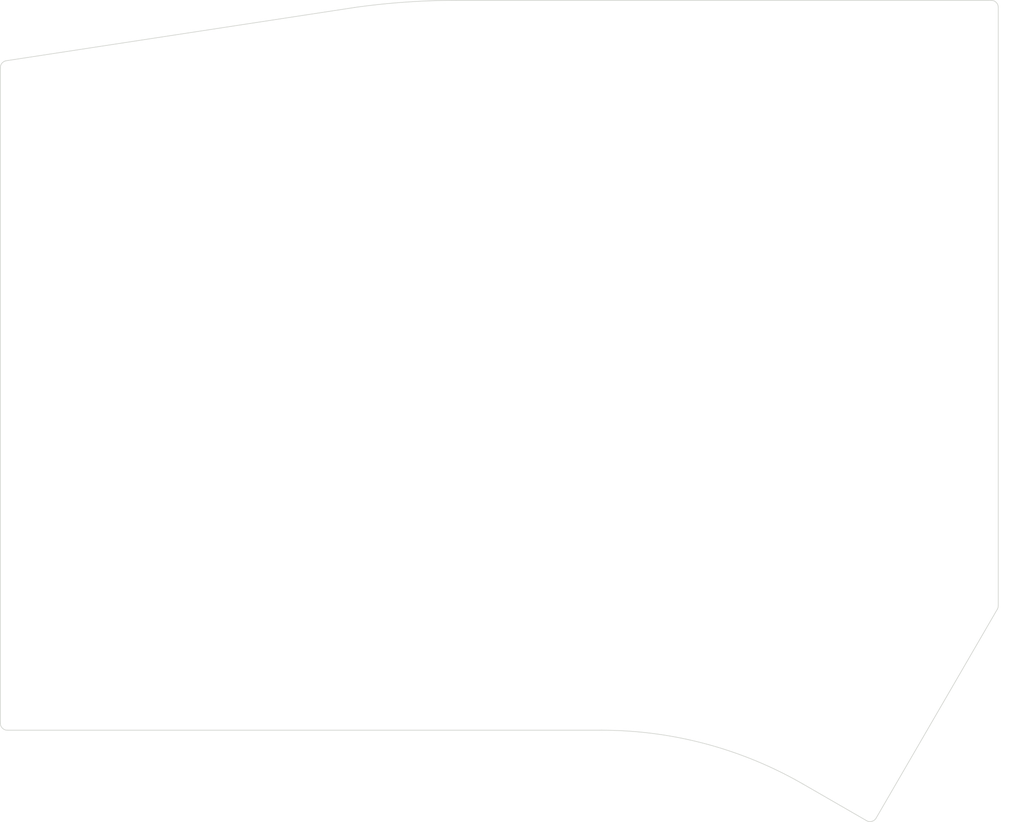
<source format=kicad_pcb>
(kicad_pcb (version 20171130) (host pcbnew "(5.1.6)-1")

  (general
    (thickness 1.6)
    (drawings 14)
    (tracks 0)
    (zones 0)
    (modules 8)
    (nets 2)
  )

  (page A3)
  (layers
    (0 F.Cu signal)
    (31 B.Cu signal)
    (32 B.Adhes user)
    (33 F.Adhes user)
    (34 B.Paste user)
    (35 F.Paste user)
    (36 B.SilkS user)
    (37 F.SilkS user)
    (38 B.Mask user)
    (39 F.Mask user)
    (40 Dwgs.User user)
    (41 Cmts.User user)
    (42 Eco1.User user)
    (43 Eco2.User user)
    (44 Edge.Cuts user)
    (45 Margin user)
    (46 B.CrtYd user)
    (47 F.CrtYd user)
    (48 B.Fab user)
    (49 F.Fab user)
  )

  (setup
    (last_trace_width 0.25)
    (user_trace_width 1)
    (user_trace_width 1.7526)
    (trace_clearance 0.2)
    (zone_clearance 0.508)
    (zone_45_only no)
    (trace_min 0.2)
    (via_size 0.7)
    (via_drill 0.35)
    (via_min_size 0.4)
    (via_min_drill 0.3)
    (uvia_size 0.3)
    (uvia_drill 0.1)
    (uvias_allowed no)
    (uvia_min_size 0.2)
    (uvia_min_drill 0.1)
    (edge_width 0.1)
    (segment_width 0.2)
    (pcb_text_width 0.3)
    (pcb_text_size 1.5 1.5)
    (mod_edge_width 0.12)
    (mod_text_size 1 1)
    (mod_text_width 0.15)
    (pad_size 2.4 2.4)
    (pad_drill 1.5)
    (pad_to_mask_clearance 0.051)
    (solder_mask_min_width 0.25)
    (aux_axis_origin 0 0)
    (visible_elements 7FFFF7FF)
    (pcbplotparams
      (layerselection 0x010fc_ffffffff)
      (usegerberextensions false)
      (usegerberattributes false)
      (usegerberadvancedattributes false)
      (creategerberjobfile false)
      (excludeedgelayer true)
      (linewidth 0.100000)
      (plotframeref false)
      (viasonmask false)
      (mode 1)
      (useauxorigin false)
      (hpglpennumber 1)
      (hpglpenspeed 20)
      (hpglpendiameter 15.000000)
      (psnegative false)
      (psa4output false)
      (plotreference true)
      (plotvalue true)
      (plotinvisibletext false)
      (padsonsilk false)
      (subtractmaskfromsilk false)
      (outputformat 1)
      (mirror false)
      (drillshape 0)
      (scaleselection 1)
      (outputdirectory "CantaloupeV1.1-Gerbers_Base/"))
  )

  (net 0 "")
  (net 1 RESET)

  (net_class Default "This is the default net class."
    (clearance 0.2)
    (trace_width 0.25)
    (via_dia 0.7)
    (via_drill 0.35)
    (uvia_dia 0.3)
    (uvia_drill 0.1)
    (add_net RESET)
  )

  (net_class Battery ""
    (clearance 0.2)
    (trace_width 1)
    (via_dia 0.7)
    (via_drill 0.35)
    (uvia_dia 0.3)
    (uvia_drill 0.1)
  )

  (net_class Power ""
    (clearance 0.2)
    (trace_width 0.5)
    (via_dia 0.7)
    (via_drill 0.35)
    (uvia_dia 0.3)
    (uvia_drill 0.1)
  )

  (module MountingHole:MountingHole_2.2mm_M2 (layer F.Cu) (tedit 56D1B4CB) (tstamp 5F94482D)
    (at 331.5325 72.487549)
    (descr "Mounting Hole 2.2mm, no annular, M2")
    (tags "mounting hole 2.2mm no annular m2")
    (attr virtual)
    (fp_text reference REF** (at 0 -3.2) (layer F.SilkS) hide
      (effects (font (size 1 1) (thickness 0.15)))
    )
    (fp_text value MountingHole_2.2mm_M2 (at 0 3.2) (layer F.Fab)
      (effects (font (size 1 1) (thickness 0.15)))
    )
    (fp_text user %R (at 0.3 0) (layer F.Fab)
      (effects (font (size 1 1) (thickness 0.15)))
    )
    (fp_circle (center 0 0) (end 2.2 0) (layer Cmts.User) (width 0.15))
    (fp_circle (center 0 0) (end 2.45 0) (layer F.CrtYd) (width 0.05))
    (pad 1 np_thru_hole circle (at 0 0) (size 2.2 2.2) (drill 2.2) (layers *.Cu *.Mask))
  )

  (module MountingHole:MountingHole_2.2mm_M2 (layer F.Cu) (tedit 56D1B4CB) (tstamp 5F944834)
    (at 315.5325 72.487549)
    (descr "Mounting Hole 2.2mm, no annular, M2")
    (tags "mounting hole 2.2mm no annular m2")
    (attr virtual)
    (fp_text reference REF** (at 0 -3.2) (layer F.SilkS) hide
      (effects (font (size 1 1) (thickness 0.15)))
    )
    (fp_text value MountingHole_2.2mm_M2 (at 0 3.2) (layer F.Fab)
      (effects (font (size 1 1) (thickness 0.15)))
    )
    (fp_text user %R (at 0.3 0) (layer F.Fab)
      (effects (font (size 1 1) (thickness 0.15)))
    )
    (fp_circle (center 0 0) (end 2.2 0) (layer Cmts.User) (width 0.15))
    (fp_circle (center 0 0) (end 2.45 0) (layer F.CrtYd) (width 0.05))
    (pad 1 np_thru_hole circle (at 0 0) (size 2.2 2.2) (drill 2.2) (layers *.Cu *.Mask))
  )

  (module MountingHole:MountingHole_4.3mm_M4 (layer B.Cu) (tedit 56D1B4CB) (tstamp 5F7BEDB1)
    (at 329.2825 95.287549 270)
    (descr "Mounting Hole 4.3mm, no annular, M4")
    (tags "mounting hole 4.3mm no annular m4")
    (path /5E7DD54D)
    (attr virtual)
    (fp_text reference SW33 (at 0 3.75 90) (layer B.SilkS) hide
      (effects (font (size 1 1) (thickness 0.15)) (justify mirror))
    )
    (fp_text value Reset (at 0 -3.75 90) (layer B.Fab)
      (effects (font (size 1 1) (thickness 0.15)) (justify mirror))
    )
    (fp_circle (center 0 0) (end 4.3 0) (layer Cmts.User) (width 0.15))
    (fp_circle (center 0 0) (end 4.55 0) (layer B.CrtYd) (width 0.05))
    (fp_text user %R (at 0 3.75 90) (layer B.Fab)
      (effects (font (size 1 1) (thickness 0.15)) (justify mirror))
    )
    (pad 1 np_thru_hole circle (at 0 0 270) (size 4.3 4.3) (drill 4.3) (layers *.Cu *.Mask)
      (net 1 RESET))
  )

  (module MountingHole:MountingHole_2.2mm_M2 (layer F.Cu) (tedit 56D1B4CB) (tstamp 5F79E978)
    (at 310.58125 121.5375)
    (descr "Mounting Hole 2.2mm, no annular, M2")
    (tags "mounting hole 2.2mm no annular m2")
    (attr virtual)
    (fp_text reference REF** (at 0 -3.2) (layer F.SilkS) hide
      (effects (font (size 1 1) (thickness 0.15)))
    )
    (fp_text value MountingHole_2.2mm_M2 (at 0 3.2) (layer F.Fab)
      (effects (font (size 1 1) (thickness 0.15)))
    )
    (fp_circle (center 0 0) (end 2.2 0) (layer Cmts.User) (width 0.15))
    (fp_circle (center 0 0) (end 2.45 0) (layer F.CrtYd) (width 0.05))
    (fp_text user %R (at 0.3 0) (layer F.Fab)
      (effects (font (size 1 1) (thickness 0.15)))
    )
    (pad 1 np_thru_hole circle (at 0 0) (size 2.2 2.2) (drill 2.2) (layers *.Cu *.Mask))
  )

  (module MountingHole:MountingHole_2.2mm_M2 (layer F.Cu) (tedit 56D1B4CB) (tstamp 5F79E978)
    (at 271.4625 112.7125)
    (descr "Mounting Hole 2.2mm, no annular, M2")
    (tags "mounting hole 2.2mm no annular m2")
    (attr virtual)
    (fp_text reference REF** (at 0 -3.2) (layer F.SilkS) hide
      (effects (font (size 1 1) (thickness 0.15)))
    )
    (fp_text value MountingHole_2.2mm_M2 (at 0 3.2) (layer F.Fab)
      (effects (font (size 1 1) (thickness 0.15)))
    )
    (fp_circle (center 0 0) (end 2.2 0) (layer Cmts.User) (width 0.15))
    (fp_circle (center 0 0) (end 2.45 0) (layer F.CrtYd) (width 0.05))
    (fp_text user %R (at 0.3 0) (layer F.Fab)
      (effects (font (size 1 1) (thickness 0.15)))
    )
    (pad 1 np_thru_hole circle (at 0 0) (size 2.2 2.2) (drill 2.2) (layers *.Cu *.Mask))
  )

  (module MountingHole:MountingHole_2.2mm_M2 (layer F.Cu) (tedit 56D1B4CB) (tstamp 5F79E978)
    (at 290.5125 57.15)
    (descr "Mounting Hole 2.2mm, no annular, M2")
    (tags "mounting hole 2.2mm no annular m2")
    (attr virtual)
    (fp_text reference REF** (at 0 -3.2) (layer F.SilkS) hide
      (effects (font (size 1 1) (thickness 0.15)))
    )
    (fp_text value MountingHole_2.2mm_M2 (at 0 3.2) (layer F.Fab)
      (effects (font (size 1 1) (thickness 0.15)))
    )
    (fp_circle (center 0 0) (end 2.2 0) (layer Cmts.User) (width 0.15))
    (fp_circle (center 0 0) (end 2.45 0) (layer F.CrtYd) (width 0.05))
    (fp_text user %R (at 0.3 0) (layer F.Fab)
      (effects (font (size 1 1) (thickness 0.15)))
    )
    (pad 1 np_thru_hole circle (at 0 0) (size 2.2 2.2) (drill 2.2) (layers *.Cu *.Mask))
  )

  (module MountingHole:MountingHole_2.2mm_M2 (layer F.Cu) (tedit 56D1B4CB) (tstamp 5F79E978)
    (at 214.3125 117.475)
    (descr "Mounting Hole 2.2mm, no annular, M2")
    (tags "mounting hole 2.2mm no annular m2")
    (attr virtual)
    (fp_text reference REF** (at 0 -3.2) (layer F.SilkS) hide
      (effects (font (size 1 1) (thickness 0.15)))
    )
    (fp_text value MountingHole_2.2mm_M2 (at 0 3.2) (layer F.Fab)
      (effects (font (size 1 1) (thickness 0.15)))
    )
    (fp_circle (center 0 0) (end 2.2 0) (layer Cmts.User) (width 0.15))
    (fp_circle (center 0 0) (end 2.45 0) (layer F.CrtYd) (width 0.05))
    (fp_text user %R (at 0.3 0) (layer F.Fab)
      (effects (font (size 1 1) (thickness 0.15)))
    )
    (pad 1 np_thru_hole circle (at 0 0) (size 2.2 2.2) (drill 2.2) (layers *.Cu *.Mask))
  )

  (module MountingHole:MountingHole_2.2mm_M2 (layer F.Cu) (tedit 56D1B4CB) (tstamp 5F79E978)
    (at 214.3125 60.325)
    (descr "Mounting Hole 2.2mm, no annular, M2")
    (tags "mounting hole 2.2mm no annular m2")
    (attr virtual)
    (fp_text reference REF** (at 0 -3.2) (layer F.SilkS) hide
      (effects (font (size 1 1) (thickness 0.15)))
    )
    (fp_text value MountingHole_2.2mm_M2 (at 0 3.2) (layer F.Fab)
      (effects (font (size 1 1) (thickness 0.15)))
    )
    (fp_circle (center 0 0) (end 2.2 0) (layer Cmts.User) (width 0.15))
    (fp_circle (center 0 0) (end 2.45 0) (layer F.CrtYd) (width 0.05))
    (fp_text user %R (at 0.3 0) (layer F.Fab)
      (effects (font (size 1 1) (thickness 0.15)))
    )
    (pad 1 np_thru_hole circle (at 0 0) (size 2.2 2.2) (drill 2.2) (layers *.Cu *.Mask))
  )

  (gr_line (start 196.111473 41.145343) (end 245.712142 33.556686) (layer Edge.Cuts) (width 0.1) (tstamp 5F9407DB))
  (gr_line (start 260.188449 32.543749) (end 336.343499 32.543749) (layer Edge.Cuts) (width 0.1) (tstamp 5F9407DA))
  (gr_arc (start 260.188449 136.493749) (end 260.188449 32.543749) (angle -8.005156052) (layer Edge.Cuts) (width 0.1) (tstamp 5F9407D9))
  (gr_arc (start 280.8825 193.925049) (end 280.8325 136.525049) (angle 30.02255225) (layer Edge.Cuts) (width 0.1))
  (gr_line (start 318.5893 149.409776) (end 309.558773 144.201474) (layer Edge.Cuts) (width 0.1))
  (gr_arc (start 319.089299 148.54375) (end 318.5893 149.409776) (angle -90) (layer Edge.Cuts) (width 0.1) (tstamp 5F92DDD1))
  (gr_line (start 337.208042 119.295073) (end 319.955325 149.043749) (layer Edge.Cuts) (width 0.1) (tstamp 5F810928))
  (gr_line (start 337.3435 33.543748) (end 337.3435 118.792514) (layer Edge.Cuts) (width 0.1) (tstamp 5F81092F))
  (gr_arc (start 336.3435 33.543749) (end 337.3435 33.543748) (angle -90) (layer Edge.Cuts) (width 0.1) (tstamp 5F81092E))
  (gr_arc (start 196.262499 135.525049) (end 195.2625 135.525049) (angle -90) (layer Edge.Cuts) (width 0.1) (tstamp 5F810929))
  (gr_line (start 280.8325 136.525049) (end 196.2625 136.525049) (layer Edge.Cuts) (width 0.1) (tstamp 5F810923))
  (gr_line (start 195.2625 135.525049) (end 195.2625 42.133874) (layer Edge.Cuts) (width 0.1) (tstamp 5F810920))
  (gr_arc (start 336.3435 118.792514) (end 337.208042 119.295073) (angle -30.16947172) (layer Edge.Cuts) (width 0.1) (tstamp 5F81091B))
  (gr_arc (start 196.2625 42.133873) (end 196.111473 41.145343) (angle -81.31359643) (layer Edge.Cuts) (width 0.1) (tstamp 5F810918))

)

</source>
